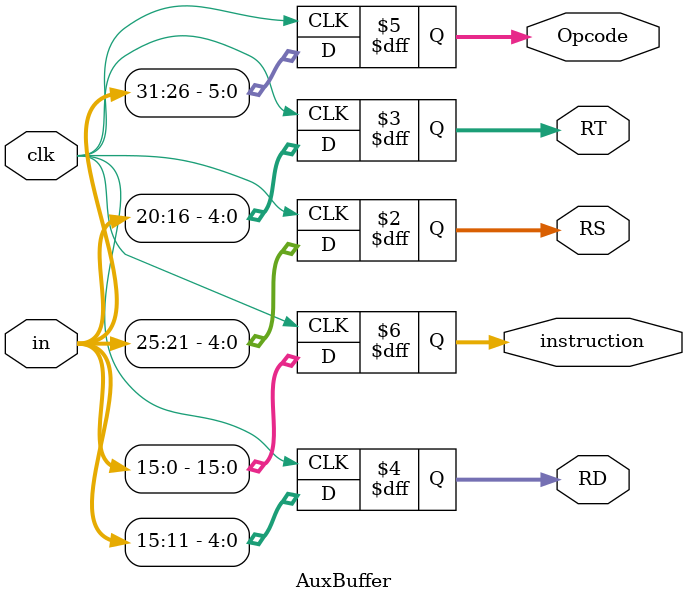
<source format=v>
`timescale 1ns/1ns

module AuxBuffer(
	input [31:0]in,
	input clk,
	output reg[4:0]RS,RT,RD,
	output reg[5:0]Opcode,
    output reg[15:0]instruction
);

always @(posedge clk)
	begin
		Opcode = in[31:26];
		RS = in[25:21];
		RT = in[20:16];
		RD = in[15:11];
        instruction= in[15:0];
	end

endmodule 

</source>
